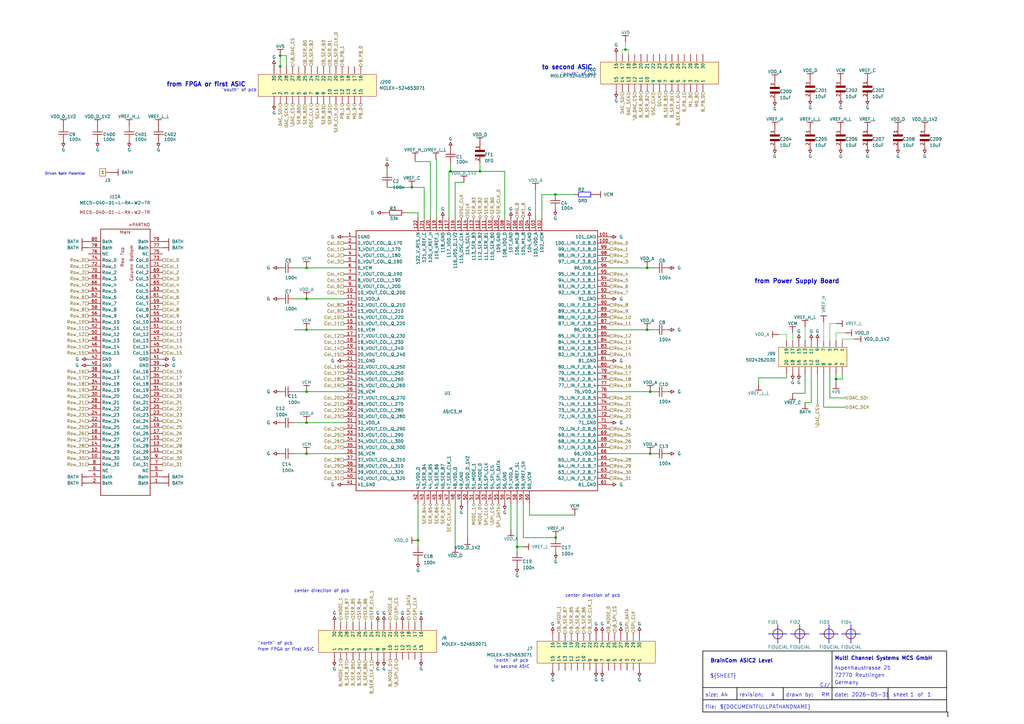
<source format=kicad_sch>
(kicad_sch (version 20230121) (generator eeschema)
  (paper "A3")
  (title_block (title "BrainCom ASIC2 Level") (rev "A"))
  (junction (at 168.91 76.835))
  (junction (at 266.7 160.655))
  (junction (at 114.935 22.805))
  (junction (at 125.73 109.855))
  (junction (at 266.7 186.055))
  (junction (at 256.54 20.32))
  (junction (at 227.77 79.775))
  (junction (at 265.43 135.255))
  (junction (at 125.73 135.255))
  (junction (at 125.73 160.655))
  (junction (at 196.85 70.275))
  (junction (at 227.965 220.52))
  (junction (at 125.73 173.355))
  (junction (at 171.45 221.615))
  (junction (at 125.73 186.055))
  (junction (at 342.9 155.47))
  (junction (at 114.935 27.25))
  (junction (at 265.43 109.855))
  (junction (at 184.77 70.275))
  (junction (at 125.73 122.555))
  (junction (at 212.09 224.275))
  (wire (pts (xy 117.475 22.805) (xy 114.935 22.805)) (stroke (width 0.254)))
  (wire (pts (xy 322.58 153.035) (xy 322.58 154.97)) (stroke (width 0.254)))
  (wire (pts (xy 340.36 153.035) (xy 340.36 163.195)) (stroke (width 0.254)))
  (wire (pts (xy 267.97 186.055) (xy 266.7 186.055)) (stroke (width 0.254)))
  (wire (pts (xy 167.64 254) (xy 167.64 255.27)))
  (wire (pts (xy 342.9 153.035) (xy 342.9 155.47)) (stroke (width 0.254)))
  (wire (pts (xy 170.27 66.275) (xy 176.53 66.275)) (stroke (width 0.254)))
  (polyline (pts (xy 341.25 282.0022) (xy 341.25 287.0022)) (stroke (width 0.254) (type solid) (color 0 0 0 1)))
  (wire (pts (xy 125.73 109.855) (xy 140.97 109.855)) (stroke (width 0.254)))
  (wire (pts (xy 214.63 220.52) (xy 227.965 220.52)) (stroke (width 0.254)))
  (polyline (pts (xy 341.25 267.0022) (xy 341.25 282.0022)) (stroke (width 0.254) (type solid) (color 0 0 0 1)))
  (wire (pts (xy 267.97 109.855) (xy 265.43 109.855)) (stroke (width 0.254)))
  (wire (pts (xy 117.475 27.25) (xy 117.475 22.805)) (stroke (width 0.254)))
  (wire (pts (xy 311.15 154.97) (xy 311.15 157.48)) (stroke (width 0.254)))
  (wire (pts (xy 171.45 224.155) (xy 171.45 221.615)) (stroke (width 0.254)))
  (wire (pts (xy 191.77 206.375) (xy 191.77 220.775)) (stroke (width 0.254)))
  (wire (pts (xy 330.2 165.1) (xy 332.74 165.1)) (stroke (width 0.254)))
  (wire (pts (xy 209.55 206.375) (xy 209.55 217.17)) (stroke (width 0.254)))
  (wire (pts (xy 214.27 224.275) (xy 212.09 224.275)) (stroke (width 0.254)))
  (wire (pts (xy 322.58 137.16) (xy 322.58 139.7)))
  (polyline (pts (xy 321.25 282.0022) (xy 321.25 287.0022)) (stroke (width 0.254) (type solid) (color 0 0 0 1)))
  (wire (pts (xy 171.45 87.275) (xy 167.27 87.275)) (stroke (width 0.254)))
  (wire (pts (xy 267.97 160.655) (xy 266.7 160.655)) (stroke (width 0.254)))
  (wire (pts (xy 162.56 254) (xy 162.56 255.27)))
  (wire (pts (xy 120.65 135.255) (xy 125.73 135.255)) (stroke (width 0.254)))
  (wire (pts (xy 186.69 206.375) (xy 186.69 224.025)) (stroke (width 0.254)))
  (wire (pts (xy 256.54 20.32) (xy 257.81 20.32)))
  (wire (pts (xy 257.81 20.32) (xy 257.81 22.225)))
  (wire (pts (xy 196.85 70.275) (xy 207.01 70.275)) (stroke (width 0.254)))
  (wire (pts (xy 125.73 186.055) (xy 120.65 186.055)) (stroke (width 0.254)))
  (wire (pts (xy 219.63 77.775) (xy 219.63 89.535)) (stroke (width 0.254)))
  (wire (pts (xy 196.85 70.275) (xy 196.85 66.675)) (stroke (width 0.254)))
  (wire (pts (xy 255.27 20.32) (xy 255.27 22.225)))
  (wire (pts (xy 184.15 70.275) (xy 184.77 70.275)) (stroke (width 0.254)))
  (polyline (pts (xy 364.25 282.0022) (xy 364.25 287.0022)) (stroke (width 0.254) (type solid) (color 0 0 0 1)))
  (wire (pts (xy 342.9 136.525) (xy 346.71 136.525)))
  (wire (pts (xy 265.43 109.855) (xy 250.19 109.855)) (stroke (width 0.254)))
  (wire (pts (xy 140.97 186.055) (xy 125.73 186.055)) (stroke (width 0.254)))
  (wire (pts (xy 114.935 27.25) (xy 114.935 27.305)) (stroke (width 0.254)))
  (wire (pts (xy 140.97 160.655) (xy 125.73 160.655)) (stroke (width 0.254)))
  (wire (pts (xy 186.69 89.535) (xy 186.69 74.775)) (stroke (width 0.254)))
  (wire (pts (xy 160.02 254) (xy 160.02 255.27)))
  (wire (pts (xy 345.44 153.035) (xy 345.44 155.47)) (stroke (width 0.254)))
  (wire (pts (xy 330.2 133.985) (xy 330.2 139.7)))
  (wire (pts (xy 186.69 74.775) (xy 190.27 74.775)) (stroke (width 0.254)))
  (wire (pts (xy 212.09 224.275) (xy 212.09 226.235)) (stroke (width 0.254)))
  (wire (pts (xy 179.07 65.275) (xy 178.77 65.275)) (stroke (width 0.254)))
  (wire (pts (xy 170.18 254) (xy 170.18 255.27)))
  (wire (pts (xy 120.65 173.355) (xy 125.73 173.355)) (stroke (width 0.254)))
  (wire (pts (xy 330.2 161.29) (xy 330.2 153.035)) (stroke (width 0.254)))
  (wire (pts (xy 139.7 254) (xy 139.7 255.27)))
  (wire (pts (xy 337.82 167.005) (xy 346.71 167.005)) (stroke (width 0.254)))
  (wire (pts (xy 265.43 135.255) (xy 250.19 135.255)) (stroke (width 0.254)))
  (wire (pts (xy 342.9 155.47) (xy 342.9 156.845)) (stroke (width 0.254)))
  (wire (pts (xy 158.75 70.275) (xy 158.77 70.275)) (stroke (width 0.254)))
  (wire (pts (xy 168.91 76.835) (xy 173.99 76.835)) (stroke (width 0.254)))
  (wire (pts (xy 266.7 186.055) (xy 250.19 186.055)) (stroke (width 0.254)))
  (wire (pts (xy 219.63 89.535) (xy 219.71 89.535)) (stroke (width 0.254)))
  (wire (pts (xy 212.09 206.375) (xy 212.09 224.275)) (stroke (width 0.254)))
  (wire (pts (xy 337.82 132.08) (xy 337.82 139.7)))
  (wire (pts (xy 114.935 22.805) (xy 114.935 27.25)) (stroke (width 0.254)))
  (wire (pts (xy 125.73 135.255) (xy 140.97 135.255)) (stroke (width 0.254)))
  (wire (pts (xy 158.75 69.215) (xy 158.75 70.275)) (stroke (width 0.254)))
  (wire (pts (xy 125.73 122.555) (xy 140.97 122.555)) (stroke (width 0.254)))
  (wire (pts (xy 184.15 89.535) (xy 184.15 70.275)) (stroke (width 0.254)))
  (wire (pts (xy 152.4 254) (xy 152.4 255.27)))
  (wire (pts (xy 332.74 165.1) (xy 332.74 153.035)) (stroke (width 0.254)))
  (polyline (pts (xy 302.25 282.0022) (xy 302.25 287.0022)) (stroke (width 0.254) (type solid) (color 0 0 0 1)))
  (wire (pts (xy 170.27 65.275) (xy 170.27 66.275)) (stroke (width 0.254)))
  (wire (pts (xy 335.28 153.035) (xy 335.28 165.735)) (stroke (width 0.254)))
  (wire (pts (xy 120.65 109.855) (xy 125.73 109.855)) (stroke (width 0.254)))
  (wire (pts (xy 173.99 76.835) (xy 173.99 89.535)) (stroke (width 0.254)))
  (wire (pts (xy 158.77 76.275) (xy 158.77 76.775)) (stroke (width 0.254)))
  (wire (pts (xy 176.53 66.275) (xy 176.53 89.535)) (stroke (width 0.254)))
  (wire (pts (xy 179.07 89.535) (xy 179.07 65.275)) (stroke (width 0.254)))
  (wire (pts (xy 227.77 79.775) (xy 222.25 79.775)) (stroke (width 0.254)))
  (wire (pts (xy 340.36 132.715) (xy 340.36 139.7)))
  (wire (pts (xy 207.01 70.275) (xy 207.01 89.535)) (stroke (width 0.254)))
  (wire (pts (xy 125.73 173.355) (xy 140.97 173.355)) (stroke (width 0.254)))
  (wire (pts (xy 184.77 66.775) (xy 184.77 70.275)) (stroke (width 0.254)))
  (wire (pts (xy 325.12 136.525) (xy 325.12 139.7)))
  (wire (pts (xy 125.73 160.655) (xy 120.65 160.655)) (stroke (width 0.254)))
  (wire (pts (xy 158.77 76.775) (xy 158.75 76.775)) (stroke (width 0.254)))
  (wire (pts (xy 235.77 79.775) (xy 227.77 79.775)) (stroke (width 0.254)))
  (wire (pts (xy 266.7 160.655) (xy 250.19 160.655)) (stroke (width 0.254)))
  (wire (pts (xy 267.97 135.255) (xy 265.43 135.255)) (stroke (width 0.254)))
  (wire (pts (xy 256.54 17.145) (xy 256.54 20.32)))
  (wire (pts (xy 345.44 139.065) (xy 345.44 139.7)))
  (wire (pts (xy 345.44 139.065) (xy 350.52 139.065)))
  (wire (pts (xy 144.78 254) (xy 144.78 255.27)))
  (wire (pts (xy 158.75 76.775) (xy 158.75 76.835)) (stroke (width 0.254)))
  (wire (pts (xy 171.45 89.535) (xy 171.45 87.275)) (stroke (width 0.254)))
  (wire (pts (xy 120.65 122.555) (xy 125.73 122.555)) (stroke (width 0.254)))
  (wire (pts (xy 337.82 167.005) (xy 337.82 153.035)) (stroke (width 0.254)))
  (wire (pts (xy 345.44 155.47) (xy 342.9 155.47)) (stroke (width 0.254)))
  (wire (pts (xy 149.86 254) (xy 149.86 255.27)))
  (wire (pts (xy 342.9 136.525) (xy 342.9 139.7)))
  (wire (pts (xy 325.12 161.29) (xy 330.2 161.29)) (stroke (width 0.254)))
  (wire (pts (xy 256.54 20.32) (xy 255.27 20.32)))
  (wire (pts (xy 142.24 254) (xy 142.24 255.27)))
  (polyline (pts (xy 288.25 282.0022) (xy 388.25 282.0022)) (stroke (width 0.254) (type solid) (color 0 0 0 1)))
  (wire (pts (xy 222.25 79.775) (xy 222.25 89.535)) (stroke (width 0.254)))
  (wire (pts (xy 158.75 76.835) (xy 168.91 76.835)) (stroke (width 0.254)))
  (wire (pts (xy 147.32 254) (xy 147.32 255.27)))
  (wire (pts (xy 171.45 221.615) (xy 171.45 206.375)) (stroke (width 0.254)))
  (polyline (pts (xy 288.25 287.0022) (xy 388.25 287.0022)) (stroke (width 0.254) (type solid) (color 0 0 0 1)))
  (wire (pts (xy 217.17 211.275) (xy 235.77 211.275)) (stroke (width 0.254)))
  (wire (pts (xy 184.77 70.275) (xy 196.85 70.275)) (stroke (width 0.254)))
  (wire (pts (xy 340.36 132.715) (xy 342.9 132.715)))
  (wire (pts (xy 319.405 137.16) (xy 322.58 137.16)))
  (wire (pts (xy 214.63 206.375) (xy 214.63 220.52)) (stroke (width 0.254)))
  (wire (pts (xy 217.17 206.375) (xy 217.17 211.275)) (stroke (width 0.254)))
  (wire (pts (xy 322.58 154.97) (xy 311.15 154.97)) (stroke (width 0.254)))
  (wire (pts (xy 346.71 163.195) (xy 340.36 163.195)) (stroke (width 0.254)))
  (polyline (pts (xy 388.75 294.0022) (xy 388.75 292.0022) (xy 288.25 292.0022) (xy 288.25 267.0022) (xy 388.25 267.0022) (xy 388.25 292.0022)) (stroke (width 0.254) (type solid) (color 0 0 0 1)))
  (text "72770 Reutlingen" (at 342.25 278.0022 0) (effects (font (size 1.524 1.524)) (justify left bottom)))
  (text "of" (at 376.25 286.0022 0) (effects (font (size 1.524 1.524)) (justify left bottom)))
  (text "to second ASIC" (at 202.46 274.2722 0) (effects (font (size 1.27 1.27)) (justify left bottom)))
  (text "\"south\" of pcb" (at 90.78 37.749 0) (effects (font (size 1.27 1.27)) (justify left bottom)))
  (text "size: A4" (at 289.25 286.0022 0) (effects (font (size 1.524 1.524)) (justify left bottom)))
  (text "file:" (at 289.25 291.0022 0) (effects (font (size 1.524 1.524)) (justify left bottom)))
  (text "\"north\" of pcb" (at 105.76 264.6922 0) (effects (font (size 1.27 1.27)) (justify left bottom)))
  (text "from FPGA or first ASIC" (at 68.28 35.749 0) (effects (font (size 1.778 1.778) bold) (justify left bottom)))
  (text "${##}" (at 380.25 286.0022 0) (effects (font (size 1.524 1.524)) (justify left bottom)))
  (text "to second ASIC" (at 222.116 28.724 0) (effects (font (size 1.778 1.778) bold) (justify left bottom)))
  (text "\"north\" of pcb" (at 202.46 271.7722 0) (effects (font (size 1.27 1.27)) (justify left bottom)))
  (text "date:" (at 342.25 286.0022 0) (effects (font (size 1.524 1.524)) (justify left bottom)))
  (text "Driven Bath Potential" (at 18.41 71.965 0) (effects (font (size 1.016 1.016)) (justify left bottom)))
  (text "center direction of pcb" (at 231.775 245.11 0) (effects (font (size 1.27 1.27)) (justify left bottom)))
  (text "${SHEET}" (at 291.25 278.2522 0) (effects (font (size 1.524 1.524)) (justify left bottom)))
  (text "${REVISION}" (at 316.25 286.0022 0) (effects (font (size 1.524 1.524)) (justify left bottom)))
  (text "center direction of pcb" (at 120.65 243.205 0) (effects (font (size 1.27 1.27)) (justify left bottom)))
  (text "${TITLE}" (at 291.25 272.0022 0) (effects (font (size 1.524 1.524) bold) (justify left bottom)))
  (text "Germany" (at 342.25 281.0022 0) (effects (font (size 1.524 1.524)) (justify left bottom)))
  (text "from FPGA or first ASIC" (at 105.76 267.1922 0) (effects (font (size 1.27 1.27)) (justify left bottom)))
  (text "Aspenhaustrasse 21" (at 342.25 275.0022 0) (effects (font (size 1.524 1.524)) (justify left bottom)))
  (text "revision:" (at 303.25 286.0022 0) (effects (font (size 1.524 1.524)) (justify left bottom)))
  (text "${CURRENT_DATE}" (at 349.25 286.0022 0) (effects (font (size 1.524 1.524)) (justify left bottom)))
  (text "\"south\" of pcb" (at 230.116 31.224 0) (effects (font (size 1.27 1.27)) (justify left bottom)))
  (text "sheet" (at 366.25 286.0022 0) (effects (font (size 1.524 1.524)) (justify left bottom)))
  (text "drawn by:   RM" (at 322.25 286.0022 0) (effects (font (size 1.524 1.524)) (justify left bottom)))
  (text "CJ/" (at 336.25 282.0022 0) (effects (font (size 1.524 1.524)) (justify left bottom)))
  (text "${#}" (at 373.25 286.0022 0) (effects (font (size 1.524 1.524)) (justify left bottom)))
  (text "from Power Supply Board" (at 309.36 116.47 0) (effects (font (size 1.778 1.778) bold) (justify left bottom)))
  (text "Multi Channel Systems MCS GmbH" (at 342.25 271.0022 0) (effects (font (size 1.524 1.524) bold) (justify left bottom)))
  (text "${DOCUMENTFULLPATHANDNAME}" (at 295.25 291.0022 0) (effects (font (size 1.524 1.524)) (justify left bottom)))
  (hierarchical_label "Row_26" (shape passive) (at 250.19 180.975 0))
  (hierarchical_label "Row_11" (shape passive) (at 250.19 132.715 0))
  (hierarchical_label "B_PB_1" (shape input) (at 280.67 37.465 270))
  (hierarchical_label "Row_30" (shape passive) (at 250.19 193.675 0))
  (hierarchical_label "M0_B" (shape input) (at 285.75 37.465 270))
  (hierarchical_label "Col_21" (shape passive) (at 140.97 165.735 180))
  (hierarchical_label "B_SER_B4" (shape input) (at 147.32 270.51 270))
  (hierarchical_label "Col_2" (shape passive) (at 66.675 111.76 0))
  (hierarchical_label "B_PB_0" (shape output) (at 147.955 27.25 90))
  (hierarchical_label "SCLK" (shape output) (at 130.175 42.49 270))
  (hierarchical_label "Col_0" (shape passive) (at 66.675 106.68 0))
  (hierarchical_label "Col_4" (shape passive) (at 140.97 112.395 180))
  (hierarchical_label "B_SER_B3" (shape output) (at 273.05 37.465 270))
  (hierarchical_label "Col_19" (shape passive) (at 140.97 158.115 180))
  (hierarchical_label "Row_4" (shape passive) (at 36.195 116.84 180))
  (hierarchical_label "Col_11" (shape passive) (at 66.675 134.62 0))
  (hierarchical_label "Row_7" (shape passive) (at 36.195 124.46 180))
  (hierarchical_label "SCLK" (shape input) (at 270.51 37.465 270))
  (hierarchical_label "B_SER_B5" (shape output) (at 234.315 259.715 90))
  (hierarchical_label "Row_19" (shape passive) (at 250.19 158.115 0))
  (hierarchical_label "M0_B" (shape input) (at 212.09 89.535 90))
  (hierarchical_label "Col_22" (shape passive) (at 66.675 167.64 0))
  (hierarchical_label "DAC_SCK" (shape bidirectional) (at 346.71 167.005 0))
  (hierarchical_label "B_SER_B4" (shape output) (at 236.855 259.715 90))
  (hierarchical_label "Col_12" (shape passive) (at 140.97 137.795 180))
  (hierarchical_label "Row_5" (shape passive) (at 36.195 119.38 180))
  (hierarchical_label "SER_B0" (shape input) (at 122.555 42.49 270))
  (hierarchical_label "SER_B7" (shape input) (at 142.24 254 90))
  (hierarchical_label "SER_CLK_0" (shape bidirectional) (at 204.47 89.535 90))
  (hierarchical_label "Col_2" (shape passive) (at 140.97 104.775 180))
  (hierarchical_label "Row_24" (shape passive) (at 250.19 175.895 0))
  (hierarchical_label "Row_14" (shape passive) (at 250.19 142.875 0))
  (hierarchical_label "B_SER_B7" (shape input) (at 142.24 270.51 270))
  (hierarchical_label "SER_CLK_1" (shape input) (at 152.4 254 90))
  (hierarchical_label "MODE_0" (shape bidirectional) (at 196.85 206.375 270))
  (hierarchical_label "M1_B" (shape input) (at 283.21 37.465 270))
  (hierarchical_label "Row_6" (shape passive) (at 250.19 117.475 0))
  (hierarchical_label "Col_15" (shape passive) (at 140.97 145.415 180))
  (hierarchical_label "B_SER_B7" (shape output) (at 231.775 259.715 90))
  (hierarchical_label "Row_12" (shape passive) (at 250.19 137.795 0))
  (hierarchical_label "Col_4" (shape passive) (at 66.675 116.84 0))
  (hierarchical_label "Col_17" (shape passive) (at 66.675 154.94 0))
  (hierarchical_label "Col_13" (shape passive) (at 66.675 139.7 0))
  (hierarchical_label "SER_B0" (shape bidirectional) (at 201.93 89.535 90))
  (hierarchical_label "Row_11" (shape passive) (at 36.195 134.62 180))
  (hierarchical_label "SPI_DATA" (shape output) (at 167.64 254 90))
  (hierarchical_label "B_SER_B2" (shape input) (at 127.635 27.25 90))
  (hierarchical_label "Row_17" (shape passive) (at 36.195 154.94 180))
  (hierarchical_label "B_SER_B0" (shape input) (at 125.095 27.25 90))
  (hierarchical_label "Row_25" (shape passive) (at 250.19 178.435 0))
  (hierarchical_label "B_SER_CLK_1" (shape input) (at 152.4 270.51 270))
  (hierarchical_label "Col_23" (shape passive) (at 140.97 170.815 180))
  (hierarchical_label "Col_24" (shape passive) (at 140.97 175.895 180))
  (hierarchical_label "Row_0" (shape passive) (at 36.195 106.68 180))
  (hierarchical_label "Row_27" (shape passive) (at 36.195 180.34 180))
  (hierarchical_label "Col_9" (shape passive) (at 140.97 127.635 180))
  (hierarchical_label "Row_10" (shape passive) (at 250.19 130.175 0))
  (hierarchical_label "Col_31" (shape passive) (at 140.97 196.215 180))
  (hierarchical_label "Col_29" (shape passive) (at 66.675 185.42 0))
  (hierarchical_label "B_SER_B1" (shape output) (at 275.59 37.465 270))
  (hierarchical_label "Row_20" (shape passive) (at 250.19 163.195 0))
  (hierarchical_label "B_PB_1" (shape output) (at 140.335 27.25 90))
  (hierarchical_label "Col_18" (shape passive) (at 66.675 157.48 0))
  (hierarchical_label "Col_25" (shape passive) (at 66.675 175.26 0))
  (hierarchical_label "SER_B3" (shape input) (at 132.715 42.49 270))
  (hierarchical_label "OSC_CLK" (shape output) (at 127.635 42.49 270))
  (hierarchical_label "Col_12" (shape passive) (at 66.675 137.16 0))
  (hierarchical_label "PB_0" (shape output) (at 147.955 42.49 270))
  (hierarchical_label "Col_16" (shape passive) (at 66.675 152.4 0))
  (hierarchical_label "B_MODE_1" (shape input) (at 229.235 259.715 90))
  (hierarchical_label "Col_5" (shape passive) (at 140.97 114.935 180))
  (hierarchical_label "SER_B6" (shape bidirectional) (at 179.07 206.375 270))
  (hierarchical_label "Col_8" (shape passive) (at 140.97 125.095 180))
  (hierarchical_label "Col_1" (shape passive) (at 140.97 102.235 180))
  (hierarchical_label "Row_3" (shape passive) (at 36.195 114.3 180))
  (hierarchical_label "Col_27" (shape passive) (at 66.675 180.34 0))
  (hierarchical_label "Col_29" (shape passive) (at 140.97 191.135 180))
  (hierarchical_label "Col_6" (shape passive) (at 66.675 121.92 0))
  (hierarchical_label "SPI_DATA" (shape input) (at 257.175 259.715 90))
  (hierarchical_label "Col_13" (shape passive) (at 140.97 140.335 180))
  (hierarchical_label "Col_28" (shape passive) (at 140.97 188.595 180))
  (hierarchical_label "SER_CLK_1" (shape bidirectional) (at 184.15 206.375 270))
  (hierarchical_label "Row_13" (shape passive) (at 250.19 140.335 0))
  (hierarchical_label "Row_21" (shape passive) (at 36.195 165.1 180))
  (hierarchical_label "Col_27" (shape passive) (at 140.97 183.515 180))
  (hierarchical_label "MODE_0" (shape output) (at 160.02 254 90))
  (hierarchical_label "Row_24" (shape passive) (at 36.195 172.72 180))
  (hierarchical_label "B_SER_B5" (shape input) (at 144.78 270.51 270))
  (hierarchical_label "Row_14" (shape passive) (at 36.195 142.24 180))
  (hierarchical_label "Col_17" (shape passive) (at 140.97 153.035 180))
  (hierarchical_label "Row_23" (shape passive) (at 36.195 170.18 180))
  (hierarchical_label "Col_26" (shape passive) (at 140.97 180.975 180))
  (hierarchical_label "Row_29" (shape passive) (at 36.195 185.42 180))
  (hierarchical_label "Col_25" (shape passive) (at 140.97 178.435 180))
  (hierarchical_label "MODE_1" (shape bidirectional) (at 194.31 206.375 270))
  (hierarchical_label "Col_22" (shape passive) (at 140.97 168.275 180))
  (hierarchical_label "SER_B2" (shape input) (at 125.095 42.49 270))
  (hierarchical_label "Row_2" (shape passive) (at 36.195 111.76 180))
  (hierarchical_label "Row_30" (shape passive) (at 36.195 187.96 180))
  (hierarchical_label "OSC_CLK" (shape input) (at 267.97 37.465 270))
  (hierarchical_label "DAC_SDI" (shape output) (at 114.935 42.49 270))
  (hierarchical_label "Col_18" (shape passive) (at 140.97 155.575 180))
  (hierarchical_label "Row_18" (shape passive) (at 250.19 155.575 0))
  (hierarchical_label "Col_10" (shape passive) (at 140.97 130.175 180))
  (hierarchical_label "Row_17" (shape passive) (at 250.19 153.035 0))
  (hierarchical_label "Col_3" (shape passive) (at 66.675 114.3 0))
  (hierarchical_label "Col_20" (shape passive) (at 140.97 163.195 180))
  (hierarchical_label "SER_B5" (shape input) (at 144.78 254 90))
  (hierarchical_label "M1_B" (shape output) (at 142.875 42.49 270))
  (hierarchical_label "Row_1" (shape passive) (at 36.195 109.22 180))
  (hierarchical_label "Col_7" (shape passive) (at 66.675 124.46 0))
  (hierarchical_label "Col_30" (shape passive) (at 140.97 193.675 180))
  (hierarchical_label "Col_30" (shape passive) (at 66.675 187.96 0))
  (hierarchical_label "Col_21" (shape passive) (at 66.675 165.1 0))
  (hierarchical_label "DAC_SCK" (shape input) (at 257.81 37.465 270))
  (hierarchical_label "B_MODE_0" (shape output) (at 160.02 270.51 270))
  (hierarchical_label "\\SPI_CS" (shape output) (at 162.56 254 90))
  (hierarchical_label "Col_1" (shape passive) (at 66.675 109.22 0))
  (hierarchical_label "Row_13" (shape passive) (at 36.195 139.7 180))
  (hierarchical_label "Col_5" (shape passive) (at 66.675 119.38 0))
  (hierarchical_label "OSC_CLK" (shape input) (at 189.23 89.535 90))
  (hierarchical_label "Col_15" (shape passive) (at 66.675 144.78 0))
  (hierarchical_label "SER_B3" (shape bidirectional) (at 194.31 89.535 90))
  (hierarchical_label "Col_3" (shape passive) (at 140.97 107.315 180))
  (hierarchical_label "M1_B" (shape input) (at 214.63 89.535 90))
  (hierarchical_label "B_SER_CLK_0" (shape output) (at 278.13 37.465 270))
  (hierarchical_label "\\B_SPI_CS" (shape output) (at 162.56 270.51 270))
  (hierarchical_label "Row_12" (shape passive) (at 36.195 137.16 180))
  (hierarchical_label "Row_31" (shape passive) (at 36.195 190.5 180))
  (hierarchical_label "Row_10" (shape passive) (at 36.195 132.08 180))
  (hierarchical_label "Row_5" (shape passive) (at 250.19 114.935 0))
  (hierarchical_label "Row_28" (shape passive) (at 36.195 182.88 180))
  (hierarchical_label "SER_B1" (shape input) (at 135.255 42.49 270))
  (hierarchical_label "B_SER_CLK_1" (shape output) (at 241.935 259.715 90))
  (hierarchical_label "Row_8" (shape passive) (at 36.195 127 180))
  (hierarchical_label "B_MODE_1" (shape output) (at 139.7 270.51 270))
  (hierarchical_label "Row_22" (shape passive) (at 250.19 168.275 0))
  (hierarchical_label "Row_3" (shape passive) (at 250.19 107.315 0))
  (hierarchical_label "B_SER_CLK_0" (shape input) (at 137.795 27.25 90))
  (hierarchical_label "Row_20" (shape passive) (at 36.195 162.56 180))
  (hierarchical_label "Col_9" (shape passive) (at 66.675 129.54 0))
  (hierarchical_label "M0_B" (shape output) (at 145.415 42.49 270))
  (hierarchical_label "Row_23" (shape passive) (at 250.19 170.815 0))
  (hierarchical_label "SER_B2" (shape bidirectional) (at 196.85 89.535 90))
  (hierarchical_label "Row_7" (shape passive) (at 250.19 120.015 0))
  (hierarchical_label "Row_8" (shape passive) (at 250.19 125.095 0))
  (hierarchical_label "\\SPI_CS" (shape bidirectional) (at 201.93 206.375 270))
  (hierarchical_label "Row_31" (shape passive) (at 250.19 196.215 0))
  (hierarchical_label "SER_B1" (shape bidirectional) (at 199.39 89.535 90))
  (hierarchical_label "Row_1" (shape passive) (at 250.19 102.235 0))
  (hierarchical_label "Col_20" (shape passive) (at 66.675 162.56 0))
  (hierarchical_label "B_SER_B2" (shape output) (at 265.43 37.465 270))
  (hierarchical_label "Col_6" (shape passive) (at 140.97 117.475 180))
  (hierarchical_label "Row_22" (shape passive) (at 36.195 167.64 180))
  (hierarchical_label "Col_0" (shape passive) (at 140.97 99.695 180))
  (hierarchical_label "DAC_SCK" (shape output) (at 117.475 42.49 270))
  (hierarchical_label "\\B_DAC_CS" (shape output) (at 120.015 27.25 90))
  (hierarchical_label "DAC_SDI" (shape input) (at 255.27 37.465 270))
  (hierarchical_label "Col_7" (shape passive) (at 140.97 120.015 180))
  (hierarchical_label "Col_11" (shape passive) (at 140.97 132.715 180))
  (hierarchical_label "Row_6" (shape passive) (at 36.195 121.92 180))
  (hierarchical_label "Col_23" (shape passive) (at 66.675 170.18 0))
  (hierarchical_label "Row_26" (shape passive) (at 36.195 177.8 180))
  (hierarchical_label "B_SER_B6" (shape input) (at 149.86 270.51 270))
  (hierarchical_label "SER_B4" (shape input) (at 147.32 254 90))
  (hierarchical_label "B_SER_B0" (shape output) (at 262.89 37.465 270))
  (hierarchical_label "SER_CLK_0" (shape bidirectional) (at 137.795 42.49 270))
  (hierarchical_label "SPI_CLK" (shape input) (at 259.715 259.715 90))
  (hierarchical_label "B_SER_B6" (shape output) (at 239.395 259.715 90))
  (hierarchical_label "Row_16" (shape passive) (at 250.19 150.495 0))
  (hierarchical_label "Row_18" (shape passive) (at 36.195 157.48 180))
  (hierarchical_label "Row_9" (shape passive) (at 250.19 127.635 0))
  (hierarchical_label "\\DAC_CS" (shape output) (at 120.015 42.49 270))
  (hierarchical_label "Row_4" (shape passive) (at 250.19 112.395 0))
  (hierarchical_label "Row_28" (shape passive) (at 250.19 188.595 0))
  (hierarchical_label "\\B_SPI_CS" (shape input) (at 252.095 259.715 90))
  (hierarchical_label "Row_19" (shape passive) (at 36.195 160.02 180))
  (hierarchical_label "Col_8" (shape passive) (at 66.675 127 0))
  (hierarchical_label "Col_14" (shape passive) (at 140.97 142.875 180))
  (hierarchical_label "Row_2" (shape passive) (at 250.19 104.775 0))
  (hierarchical_label "Col_10" (shape passive) (at 66.675 132.08 0))
  (hierarchical_label "Col_19" (shape passive) (at 66.675 160.02 0))
  (hierarchical_label "SPI_CLK" (shape bidirectional) (at 199.39 206.375 270))
  (hierarchical_label "Col_26" (shape passive) (at 66.675 177.8 0))
  (hierarchical_label "B_PB_0" (shape input) (at 288.29 37.465 270))
  (hierarchical_label "SPI_CLK" (shape output) (at 170.18 254 90))
  (hierarchical_label "Row_27" (shape passive) (at 250.19 183.515 0))
  (hierarchical_label "Row_21" (shape passive) (at 250.19 165.735 0))
  (hierarchical_label "Row_29" (shape passive) (at 250.19 191.135 0))
  (hierarchical_label "Col_24" (shape passive) (at 66.675 172.72 0))
  (hierarchical_label "Row_9" (shape passive) (at 36.195 129.54 180))
  (hierarchical_label "SCLK" (shape input) (at 191.77 89.535 90))
  (hierarchical_label "Row_15" (shape passive) (at 250.19 145.415 0))
  (hierarchical_label "SER_B7" (shape bidirectional) (at 181.61 206.375 270))
  (hierarchical_label "Row_15" (shape passive) (at 36.195 144.78 180))
  (hierarchical_label "Row_0" (shape passive) (at 250.19 99.695 0))
  (hierarchical_label "Col_31" (shape passive) (at 66.675 190.5 0))
  (hierarchical_label "SER_B4" (shape bidirectional) (at 173.99 206.375 270))
  (hierarchical_label "\\B_DAC_CS" (shape input) (at 260.35 37.465 270))
  (hierarchical_label "DAC_SDI" (shape bidirectional) (at 346.71 163.195 0))
  (hierarchical_label "MODE_1" (shape output) (at 139.7 254 90))
  (hierarchical_label "B_SER_B1" (shape input) (at 135.255 27.25 90))
  (hierarchical_label "SER_B6" (shape input) (at 149.86 254 90))
  (hierarchical_label "Row_25" (shape passive) (at 36.195 175.26 180))
  (hierarchical_label "SER_B5" (shape bidirectional) (at 176.53 206.375 270))
  (hierarchical_label "Col_14" (shape passive) (at 66.675 142.24 0))
  (hierarchical_label "B_SER_B3" (shape input) (at 132.715 27.25 90))
  (hierarchical_label "B_MODE_0" (shape input) (at 249.555 259.715 90))
  (hierarchical_label "PB_1" (shape output) (at 140.335 42.49 270))
  (hierarchical_label "\\DAC_CS" (shape bidirectional) (at 335.28 165.735 270))
  (hierarchical_label "Col_28" (shape passive) (at 66.675 182.88 0))
  (hierarchical_label "SPI_DATA" (shape bidirectional) (at 204.47 206.375 270))
  (hierarchical_label "Col_16" (shape passive) (at 140.97 150.495 180))
  (hierarchical_label "Row_16" (shape passive) (at 36.195 152.4 180))
  (symbol (lib_id "BrainCom_ASIC3RevA-altium-import:root_1_C") (at 184.77 63.775 0) (unit 1)
    (property "Reference" "C1" (at 187.024 65.053 0) (effects (justify left bottom)))
    (property "Value" "100n" (at 187.024 67.085 0) (effects (justify left bottom)))
    (property "Footprint" "Footprints:C0402" (effects hide))
    (property "ITEM NUMBER" "5000000" (effects hide))
  )
  (symbol (lib_id "BrainCom_ASIC3RevA-altium-import:VDD_D_1V2") (at 40.005 51.61 180) (unit 1)
    (property "Reference" "#PWR0156" (effects hide))
    (property "Value" "VDD_D_1V2" (at 40.005 47.8 0))
  )
  (symbol (lib_id "BrainCom_ASIC3RevA-altium-import:root_3_JMK107BBJ106MK-TT") (at 355.8 35.245 0) (unit 1)
    (property "Reference" "C203" (at 357.705 37.785 0) (effects (justify left bottom)))
    (property "Value" "10uF" (at 357.705 40.325 0) (effects (justify left bottom)))
    (property "Footprint" "Footprints:CAPC1709X50N" (effects hide))
    (property "PACKAGE" "None" (effects hide))
    (property "PRICE" "None" (effects hide))
    (property "ALTIUM_VALUE" "*" (effects hide))
    (property "MP" "JMK107BBJ106MK-TT" (effects hide))
    (property "AVAILABILITY" "Unavailable" (effects hide))
  )
  (symbol (lib_id "BrainCom_ASIC3RevA-altium-import:VDD_A") (at 219.63 77.775 180) (unit 1)
    (property "Reference" "#PWR0209" (effects hide))
    (property "Value" "VDD_A" (at 219.63 73.965 0))
  )
  (symbol (lib_id "BrainCom_ASIC3RevA-altium-import:root_0_0R0_0402") (at 239.77 79.775 0) (unit 1)
    (property "Reference" "R2" (at 237.016 78.521 0) (effects (justify left bottom)))
    (property "Value" "0R0" (at 237.016 83.061 0) (effects (justify left bottom)))
    (property "Footprint" "Footprints:R0402" (effects hide))
    (property "ITEM NUMBER" "5000009" (effects hide))
    (property "MPN" "0R0_0402_1%" (effects hide))
    (property "MANUFACTURER" "div." (effects hide))
  )
  (symbol (lib_id "BrainCom_ASIC3RevA-altium-import:root_2_C") (at 270.97 186.055 0) (unit 1)
    (property "Reference" "C13" (at 270.216 183.801 0) (effects (justify left bottom)))
    (property "Value" "100n" (at 270.216 190.849 0) (effects (justify left bottom)))
    (property "Footprint" "Footprints:C0402" (effects hide))
    (property "ITEM NUMBER" "5000000" (effects hide))
  )
  (symbol (lib_id "BrainCom_ASIC3RevA-altium-import:G") (at 262.255 274.955 0) (unit 1)
    (property "Reference" "#PWR0111" (effects hide))
    (property "Value" "G" (at 262.255 278.765 0))
  )
  (symbol (lib_id "BrainCom_ASIC3RevA-altium-import:BATH") (at 45.91 70.715 90) (unit 1)
    (property "Reference" "#PWR0137" (effects hide))
    (property "Value" "BATH" (at 49.72 70.715 90) (effects (justify right)))
  )
  (symbol (lib_id "BrainCom_ASIC3RevA-altium-import:VCM") (at 344.8 32.705 180) (unit 1)
    (property "Reference" "#PWR0200" (effects hide))
    (property "Value" "VCM" (at 344.8 28.895 0))
  )
  (symbol (lib_id "BrainCom_ASIC3RevA-altium-import:G") (at 332.3 40.325 0) (unit 1)
    (property "Reference" "#PWR0194" (effects hide))
    (property "Value" "G" (at 332.3 44.135 0))
  )
  (symbol (lib_id "BrainCom_ASIC3RevA-altium-import:root_3_JMK107BBJ106MK-TT") (at 332.3 35.245 0) (unit 1)
    (property "Reference" "C201" (at 334.205 37.785 0) (effects (justify left bottom)))
    (property "Value" "10uF" (at 334.205 40.325 0) (effects (justify left bottom)))
    (property "Footprint" "Footprints:CAPC1709X50N" (effects hide))
    (property "PACKAGE" "None" (effects hide))
    (property "PRICE" "None" (effects hide))
    (property "ALTIUM_VALUE" "*" (effects hide))
    (property "MP" "JMK107BBJ106MK-TT" (effects hide))
    (property "AVAILABILITY" "Unavailable" (effects hide))
  )
  (symbol (lib_id "BrainCom_ASIC3RevA-altium-import:root_2_CON1") (at 41.91 69.215 0) (unit 1)
    (property "Reference" "J3" (at 42.91 74.715 0) (effects (justify left bottom)))
    (property "Value" "Connector" (effects hide))
    (property "Footprint" "Footprints:JSIL1THTPad" (effects hide))
  )
  (symbol (lib_id "BrainCom_ASIC3RevA-altium-import:G") (at 157.27 87.275 270) (unit 1)
    (property "Reference" "#PWR0159" (effects hide))
    (property "Value" "G" (at 153.46 87.275 90) (effects (justify right)))
  )
  (symbol (lib_id "BrainCom_ASIC3RevA-altium-import:root_3_JMK107BBJ106MK-TT") (at 355.8 55.245 0) (unit 1)
    (property "Reference" "C207" (at 357.705 57.785 0) (effects (justify left bottom)))
    (property "Value" "10uF" (at 357.705 60.325 0) (effects (justify left bottom)))
    (property "Footprint" "Footprints:CAPC1709X50N" (effects hide))
    (property "PACKAGE" "None" (effects hide))
    (property "PRICE" "None" (effects hide))
    (property "ALTIUM_VALUE" "*" (effects hide))
    (property "MP" "JMK107BBJ106MK-TT" (effects hide))
    (property "AVAILABILITY" "Unavailable" (effects hide))
  )
  (symbol (lib_name "Board2Board_MOLEX-5009130302_1_2") (lib_id "FDM_project_Library:Board2Board_MOLEX-5009130302_1") (at 119.38 42.49 0) (mirror y) (unit 1)
    (property "Reference" "J200" (at 155.575 33.6 0) (effects (justify right)))
    (property "Value" "MOLEX-524653071" (at 155.575 36.14 0) (effects (justify right)))
    (property "Footprint" "J524653071" (effects hide))
    (property "ITEM NUMBER" "5400067" (effects hide))
    (property "MANUFACTURER" "Molex" (effects hide))
    (property "MPN" "524653071" (effects hide))
  )
  (symbol (lib_id "BrainCom_ASIC3RevA-altium-import:G") (at 65.005 57.61 0) (unit 1)
    (property "Reference" "#PWR0151" (effects hide))
    (property "Value" "G" (at 65.005 61.42 0))
  )
  (symbol (lib_id "BrainCom_ASIC3RevA-altium-import:VDD_A") (at 319.405 137.16 270) (unit 1)
    (property "Reference" "#PWR0227" (effects hide))
    (property "Value" "VDD_A" (at 315.595 137.16 90) (effects (justify right)))
  )
  (symbol (lib_id "BrainCom_ASIC3RevA-altium-import:VDD_D") (at 186.69 224.025 0) (unit 1)
    (property "Reference" "#PWR0120" (effects hide))
    (property "Value" "VDD_D" (at 186.69 227.835 0))
  )
  (symbol (lib_id "BrainCom_ASIC3RevA-altium-import:VREF_H_L") (at 53.005 51.61 180) (unit 1)
    (property "Reference" "#PWR0152" (effects hide))
    (property "Value" "VREF_H_L" (at 53.005 47.8 0))
  )
  (symbol (lib_id "BrainCom_ASIC3RevA-altium-import:VREF_L") (at 355.8 52.705 180) (unit 1)
    (property "Reference" "#PWR0203" (effects hide))
    (property "Value" "VREF_L" (at 355.8 48.895 0))
  )
  (symbol (lib_id "BrainCom_ASIC3RevA-altium-import:G") (at 252.73 22.225 180) (unit 1)
    (property "Reference" "#PWR0215" (effects hide))
    (property "Value" "G" (at 252.73 18.415 0))
  )
  (symbol (lib_id "BrainCom_ASIC3RevA-altium-import:G") (at 217.17 89.535 180) (unit 1)
    (property "Reference" "#PWR0211" (effects hide))
    (property "Value" "G" (at 217.17 85.725 0))
  )
  (symbol (lib_id "BrainCom_ASIC3RevA-altium-import:G") (at 140.97 147.955 270) (unit 1)
    (property "Reference" "#PWR0176" (effects hide))
    (property "Value" "G" (at 137.16 147.955 90) (effects (justify right)))
  )
  (symbol (lib_id "BrainCom_ASIC3RevA-altium-import:G") (at 137.16 270.51 0) (unit 1)
    (property "Reference" "#PWR0130" (effects hide))
    (property "Value" "G" (at 137.16 274.32 0))
  )
  (symbol (lib_id "BrainCom_ASIC3RevA-altium-import:VDD_D_1V2") (at 190.27 74.775 180) (unit 1)
    (property "Reference" "#PWR0214" (effects hide))
    (property "Value" "VDD_D_1V2" (at 190.27 70.965 0))
  )
  (symbol (lib_id "BrainCom_ASIC3RevA-altium-import:root_3_JMK107BBJ106MK-TT") (at 196.85 61.595 0) (unit 1)
    (property "Reference" "FF1" (at 198.755 64.135 0) (effects (justify left bottom)))
    (property "Value" "0F0" (at 198.755 66.675 0) (effects (justify left bottom)))
    (property "Footprint" "Footprints:CAPC1709X50N" (effects hide))
    (property "PACKAGE" "None" (effects hide))
    (property "PRICE" "None" (effects hide))
    (property "ALTIUM_VALUE" "*" (effects hide))
    (property "MP" "JMK107BBJ106MK-TT" (effects hide))
    (property "AVAILABILITY" "Unavailable" (effects hide))
  )
  (symbol (lib_id "BrainCom_ASIC3RevA-altium-import:G") (at 112.395 42.49 0) (unit 1)
    (property "Reference" "#PWR0139" (effects hide))
    (property "Value" "G" (at 112.395 46.3 0))
  )
  (symbol (lib_id "BrainCom_ASIC3RevA-altium-import:VDD_A") (at 265.43 135.255 180) (unit 1)
    (property "Reference" "#PWR0178" (effects hide))
    (property "Value" "VDD_A" (at 265.43 131.445 0))
  )
  (symbol (lib_id "BrainCom_ASIC3RevA-altium-import:G") (at 114.65 186.055 270) (unit 1)
    (property "Reference" "#PWR0166" (effects hide))
    (property "Value" "G" (at 110.84 186.055 90) (effects (justify right)))
  )
  (symbol (lib_id "BrainCom_ASIC3RevA-altium-import:root_0_C") (at 117.65 186.055 0) (unit 1)
    (property "Reference" "C14" (at 115.57 191.135 0) (effects (justify left bottom)))
    (property "Value" "100n" (at 115.57 193.675 0) (effects (justify left bottom)))
    (property "Footprint" "Footprints:C0402" (effects hide))
    (property "ITEM NUMBER" "5000000" (effects hide))
  )
  (symbol (lib_id "BrainCom_ASIC3RevA-altium-import:root_3_JMK107BBJ106MK-TT") (at 344.8 35.245 0) (unit 1)
    (property "Reference" "C202" (at 346.705 37.785 0) (effects (justify left bottom)))
    (property "Value" "10uF" (at 346.705 40.325 0) (effects (justify left bottom)))
    (property "Footprint" "Footprints:CAPC1709X50N" (effects hide))
    (property "PACKAGE" "None" (effects hide))
    (property "PRICE" "None" (effects hide))
    (property "ALTIUM_VALUE" "*" (effects hide))
    (property "MP" "JMK107BBJ106MK-TT" (effects hide))
    (property "AVAILABILITY" "Unavailable" (effects hide))
  )
  (symbol (lib_id "BrainCom_ASIC3RevA-altium-import:root_2_C") (at 270.97 160.655 0) (unit 1)
    (property "Reference" "C10" (at 270.216 158.401 0) (effects (justify left bottom)))
    (property "Value" "100n" (at 270.216 165.449 0) (effects (justify left bottom)))
    (property "Footprint" "Footprints:C0402" (effects hide))
    (property "ITEM NUMBER" "5000000" (effects hide))
  )
  (symbol (lib_id "BrainCom_ASIC3RevA-altium-import:4V5") (at 256.54 17.145 180) (unit 1)
    (property "Reference" "#PWR0216" (effects hide))
    (property "Value" "4V5" (at 256.54 13.335 0))
  )
  (symbol (lib_id "BrainCom_ASIC3RevA-altium-import:4V5") (at 342.9 156.845 0) (unit 1)
    (property "Reference" "#PWR0186" (effects hide))
    (property "Value" "4V5" (at 342.9 160.655 0))
  )
  (symbol (lib_id "BrainCom_ASIC3RevA-altium-import:VCM") (at 325.12 136.525 180) (unit 1)
    (property "Reference" "#PWR0225" (effects hide))
    (property "Value" "VCM" (at 325.12 132.715 0))
  )
  (symbol (lib_id "BrainCom_ASIC3RevA-altium-import:G") (at 244.475 274.955 0) (unit 1)
    (property "Reference" "#PWR0110" (effects hide))
    (property "Value" "G" (at 244.475 278.765 0))
  )
  (symbol (lib_id "BrainCom_ASIC3RevA-altium-import:G") (at 36.195 149.86 270) (unit 1)
    (property "Reference" "#PWR0149" (effects hide))
    (property "Value" "G" (at 32.385 149.86 90) (effects (justify right)))
  )
  (symbol (lib_id "BrainCom_ASIC3RevA-altium-import:G") (at 252.73 37.465 0) (unit 1)
    (property "Reference" "#PWR0219" (effects hide))
    (property "Value" "G" (at 252.73 41.275 0))
  )
  (symbol (lib_id "BrainCom_ASIC3RevA-altium-import:VDD_D") (at 346.71 136.525 90) (unit 1)
    (property "Reference" "#PWR0229" (effects hide))
    (property "Value" "VDD_D" (at 350.52 136.525 90) (effects (justify right)))
  )
  (symbol (lib_id "BrainCom_ASIC3RevA-altium-import:root_3_JMK107BBJ106MK-TT") (at 317.8 55.245 0) (unit 1)
    (property "Reference" "C204" (at 319.705 57.785 0) (effects (justify left bottom)))
    (property "Value" "10uF" (at 319.705 60.325 0) (effects (justify left bottom)))
    (property "Footprint" "Footprints:CAPC1709X50N" (effects hide))
    (property "PACKAGE" "None" (effects hide))
    (property "PRICE" "None" (effects hide))
    (property "ALTIUM_VALUE" "*" (effects hide))
    (property "MP" "JMK107BBJ106MK-TT" (effects hide))
    (property "AVAILABILITY" "Unavailable" (effects hide))
  )
  (symbol (lib_id "BrainCom_ASIC3RevA-altium-import:G") (at 112.395 27.25 180) (unit 1)
    (property "Reference" "#PWR0140" (effects hide))
    (property "Value" "G" (at 112.395 23.44 0))
  )
  (symbol (lib_id "BrainCom_ASIC3RevA-altium-import:VDD_A") (at 266.7 160.655 180) (unit 1)
    (property "Reference" "#PWR0233" (effects hide))
    (property "Value" "VDD_A" (at 266.7 156.845 0))
  )
  (symbol (lib_id "BrainCom_ASIC3RevA-altium-import:VDD_A") (at 317.8 33.205 180) (unit 1)
    (property "Reference" "#PWR0193" (effects hide))
    (property "Value" "VDD_A" (at 317.8 29.395 0))
  )
  (symbol (lib_id "BrainCom_ASIC3RevA-altium-import:G") (at 137.16 255.27 180) (unit 1)
    (property "Reference" "#PWR0127" (effects hide))
    (property "Value" "G" (at 137.16 251.46 0))
  )
  (symbol (lib_id "BrainCom_ASIC3RevA-altium-import:root_3_C") (at 53.005 54.61 0) (unit 1)
    (property "Reference" "C401" (at 55.259 55.888 0) (effects (justify left bottom)))
    (property "Value" "100n" (at 55.259 57.92 0) (effects (justify left bottom)))
    (property "Footprint" "Footprints:C0402" (effects hide))
    (property "ITEM NUMBER" "5000000" (effects hide))
  )
  (symbol (lib_id "BrainCom_ASIC3RevA-altium-import:G") (at 254.635 259.715 180) (unit 1)
    (property "Reference" "#PWR0114" (effects hide))
    (property "Value" "G" (at 254.635 255.905 0))
  )
  (symbol (lib_id "BrainCom_ASIC3RevA-altium-import:BATH") (at 66.675 195.58 90) (unit 1)
    (property "Reference" "#PWR0144" (effects hide))
    (property "Value" "BATH" (at 70.485 195.58 90) (effects (justify right)))
  )
  (symbol (lib_id "BrainCom_ASIC3RevA-altium-import:VDD_A") (at 265.43 109.855 180) (unit 1)
    (property "Reference" "#PWR0180" (effects hide))
    (property "Value" "VDD_A" (at 265.43 106.045 0))
  )
  (symbol (lib_id "BrainCom_ASIC3RevA-altium-import:root_2_R") (at 162.27 87.273 0) (unit 1)
    (property "Reference" "R3" (at 159.77 86.275 0) (effects (justify left bottom)))
    (property "Value" "33k" (at 159.77 90.307 0) (effects (justify left bottom)))
    (property "Footprint" "Footprints:R0402" (effects hide))
    (property "ITEM NUMBER" "5000271" (effects hide))
  )
  (symbol (lib_id "BrainCom_ASIC3RevA-altium-import:root_0_C") (at 117.65 109.855 0) (unit 1)
    (property "Reference" "C5" (at 116.896 107.601 0) (effects (justify left bottom)))
    (property "Value" "100n" (at 116.896 114.649 0) (effects (justify left bottom)))
    (property "Footprint" "Footprints:C0402" (effects hide))
    (property "ITEM NUMBER" "5000000" (effects hide))
  )
  (symbol (lib_id "BrainCom_ASIC3RevA-altium-import:root_3_C") (at 227.77 82.775 0) (unit 1)
    (property "Reference" "C4" (at 230.024 84.053 0) (effects (justify left bottom)))
    (property "Value" "100n" (at 230.024 86.085 0) (effects (justify left bottom)))
    (property "Footprint" "Footprints:C0402" (effects hide))
    (property "ITEM NUMBER" "5000000" (effects hide))
  )
  (symbol (lib_id "BrainCom_ASIC3RevA-altium-import:G") (at 332.3 60.325 0) (unit 1)
    (property "Reference" "#PWR0207" (effects hide))
    (property "Value" "G" (at 332.3 64.135 0))
  )
  (symbol (lib_id "BrainCom_ASIC3RevA-altium-import:G") (at 40.005 57.61 0) (unit 1)
    (property "Reference" "#PWR0154" (effects hide))
    (property "Value" "G" (at 40.005 61.42 0))
  )
  (symbol (lib_id "BrainCom_ASIC3RevA-altium-import:G") (at 140.97 97.155 270) (unit 1)
    (property "Reference" "#PWR0177" (effects hide))
    (property "Value" "G" (at 137.16 97.155 90) (effects (justify right)))
  )
  (symbol (lib_id "BrainCom_ASIC3RevA-altium-import:VCM") (at 125.73 135.255 180) (unit 1)
    (property "Reference" "#PWR0170" (effects hide))
    (property "Value" "VCM" (at 125.73 131.445 0))
  )
  (symbol (lib_id "BrainCom_ASIC3RevA-altium-import:G") (at 181.61 89.535 180) (unit 1)
    (property "Reference" "#PWR0158" (effects hide))
    (property "Value" "G" (at 181.61 85.725 0))
  )
  (symbol (lib_id "BrainCom_ASIC3RevA-altium-import:G") (at 114.65 122.555 270) (unit 1)
    (property "Reference" "#PWR0168" (effects hide))
    (property "Value" "G" (at 110.84 122.555 90) (effects (justify right)))
  )
  (symbol (lib_id "BrainCom_ASIC3RevA-altium-import:root_0_C") (at 117.65 173.355 0) (unit 1)
    (property "Reference" "C12" (at 113.03 168.275 0) (effects (justify left bottom)))
    (property "Value" "100n" (at 113.03 170.815 0) (effects (justify left bottom)))
    (property "Footprint" "Footprints:C0402" (effects hide))
    (property "ITEM NUMBER" "5000000" (effects hide))
  )
  (symbol (lib_id "BrainCom_ASIC3RevA-altium-import:G") (at 250.19 97.155 90) (unit 1)
    (property "Reference" "#PWR0182" (effects hide))
    (property "Value" "G" (at 254 97.155 90) (effects (justify right)))
  )
  (symbol (lib_id "BrainCom_ASIC3RevA-altium-import:root_1_C") (at 171.45 227.155 0) (unit 1)
    (property "Reference" "C18" (at 173.704 228.941 0) (effects (justify left bottom)))
    (property "Value" "100n" (at 173.704 231.481 0) (effects (justify left bottom)))
    (property "Footprint" "Footprints:C0402" (effects hide))
    (property "ITEM NUMBER" "5000000" (effects hide))
  )
  (symbol (lib_id "BrainCom_ASIC3RevA-altium-import:G") (at 327.66 153.035 0) (unit 1)
    (property "Reference" "#PWR0187" (effects hide))
    (property "Value" "G" (at 327.66 156.845 0))
  )
  (symbol (lib_id "BrainCom_ASIC3RevA-altium-import:root_1_C") (at 212.09 229.235 0) (unit 1)
    (property "Reference" "C19" (at 214.344 231.021 0) (effects (justify left bottom)))
    (property "Value" "100n" (at 214.344 233.561 0) (effects (justify left bottom)))
    (property "Footprint" "Footprints:C0402" (effects hide))
    (property "ITEM NUMBER" "5000000" (effects hide))
  )
  (symbol (lib_id "BrainCom_ASIC3RevA-altium-import:G") (at 114.65 109.855 270) (unit 1)
    (property "Reference" "#PWR0164" (effects hide))
    (property "Value" "G" (at 110.84 109.855 90) (effects (justify right)))
  )
  (symbol (lib_id "BrainCom_ASIC3RevA-altium-import:VREF_L_L") (at 178.77 65.275 180) (unit 1)
    (property "Reference" "#PWR0162" (effects hide))
    (property "Value" "VREF_L_L" (at 178.77 61.465 0))
  )
  (symbol (lib_id "BrainCom_ASIC3RevA-altium-import:root_0_FIDUCIAL") (at 328 260.0022 0) (unit 1)
    (property "Reference" "FID2" (at 323.936 255.9382 0) (effects (justify left bottom)))
    (property "Value" "FIDUCIAL" (at 323.936 266.0982 0) (effects (justify left bottom)))
    (property "Footprint" "Footprints:MFID0508" (effects hide))
    (property "ITEM NUMBER" "800-" (effects hide))
  )
  (symbol (lib_id "BrainCom_ASIC3RevA-altium-import:VCM") (at 243.77 79.775 90) (unit 1)
    (property "Reference" "#PWR0217" (effects hide))
    (property "Value" "VCM" (at 247.58 79.775 90) (effects (justify right)))
  )
  (symbol (lib_id "BrainCom_ASIC3RevA-altium-import:G") (at 227.965 226.52 0) (unit 1)
    (property "Reference" "#PWR0102" (effects hide))
    (property "Value" "G" (at 227.965 230.33 0))
  )
  (symbol (lib_id "BrainCom_ASIC3RevA-altium-import:BATH") (at 66.675 198.12 90) (unit 1)
    (property "Reference" "#PWR0145" (effects hide))
    (property "Value" "BATH" (at 70.485 198.12 90) (effects (justify right)))
  )
  (symbol (lib_id "BrainCom_ASIC3RevA-altium-import:G") (at 250.19 173.355 90) (unit 1)
    (property "Reference" "#PWR0230" (effects hide))
    (property "Value" "G" (at 254 173.355 90) (effects (justify right)))
  )
  (symbol (lib_id "BrainCom_ASIC3RevA-altium-import:VCM") (at 125.73 160.655 180) (unit 1)
    (property "Reference" "#PWR0171" (effects hide))
    (property "Value" "VCM" (at 125.73 156.845 0))
  )
  (symbol (lib_id "BrainCom_ASIC3RevA-altium-import:root_3_C") (at 158.77 73.275 0) (unit 1)
    (property "Reference" "C2" (at 161.024 75.061 0) (effects (justify left bottom)))
    (property "Value" "100n" (at 161.024 77.601 0) (effects (justify left bottom)))
    (property "Footprint" "Footprints:C0402" (effects hide))
    (property "ITEM NUMBER" "5000000" (effects hide))
  )
  (symbol (lib_id "BrainCom_ASIC3RevA-altium-import:G") (at 344.8 60.325 0) (unit 1)
    (property "Reference" "#PWR0202" (effects hide))
    (property "Value" "G" (at 344.8 64.135 0))
  )
  (symbol (lib_id "BrainCom_ASIC3RevA-altium-import:G") (at 332.74 139.7 180) (unit 1)
    (property "Reference" "#PWR0223" (effects hide))
    (property "Value" "G" (at 332.74 135.89 0))
  )
  (symbol (lib_id "BrainCom_ASIC3RevA-altium-import:G") (at 250.19 122.555 90) (unit 1)
    (property "Reference" "#PWR0179" (effects hide))
    (property "Value" "G" (at 254 122.555 90) (effects (justify right)))
  )
  (symbol (lib_id "BrainCom_ASIC3RevA-altium-import:4V5") (at 114.935 22.805 180) (unit 1)
    (property "Reference" "#PWR0141" (effects hide))
    (property "Value" "4V5" (at 114.935 18.995 0))
  )
  (symbol (lib_id "BrainCom_ASIC3RevA-altium-import:root_0_FIDUCIAL") (at 319 260.0022 0) (unit 1)
    (property "Reference" "FID1" (at 314.936 255.9382 0) (effects (justify left bottom)))
    (property "Value" "FIDUCIAL" (at 314.936 266.0982 0) (effects (justify left bottom)))
    (property "Footprint" "Footprints:MFID0508" (effects hide))
    (property "ITEM NUMBER" "800-" (effects hide))
  )
  (symbol (lib_id "BrainCom_ASIC3RevA-altium-import:root_1_C") (at 227.965 223.52 0) (unit 1)
    (property "Reference" "C17" (at 230.219 225.306 0) (effects (justify left bottom)))
    (property "Value" "100n" (at 230.219 227.846 0) (effects (justify left bottom)))
    (property "Footprint" "Footprints:C0402" (effects hide))
    (property "ITEM NUMBER" "5000000" (effects hide))
  )
  (symbol (lib_id "BrainCom_ASIC3RevA-altium-import:BATH") (at 66.675 99.06 90) (unit 1)
    (property "Reference" "#PWR0147" (effects hide))
    (property "Value" "BATH" (at 70.485 99.06 90) (effects (justify right)))
  )
  (symbol (lib_id "BrainCom_ASIC3RevA-altium-import:VREF_L") (at 342.9 132.715 90) (unit 1)
    (property "Reference" "#PWR0220" (effects hide))
    (property "Value" "VREF_L" (at 346.71 132.715 90) (effects (justify right)))
  )
  (symbol (lib_id "BrainCom_ASIC3RevA-altium-import:root_2_C") (at 270.97 135.255 0) (unit 1)
    (property "Reference" "C8" (at 270.216 133.001 0) (effects (justify left bottom)))
    (property "Value" "100n" (at 270.216 140.049 0) (effects (justify left bottom)))
    (property "Footprint" "Footprints:C0402" (effects hide))
    (property "ITEM NUMBER" "5000000" (effects hide))
  )
  (symbol (lib_id "BrainCom_ASIC3RevA-altium-import:G") (at 244.475 259.715 180) (unit 1)
    (property "Reference" "#PWR0105" (effects hide))
    (property "Value" "G" (at 244.475 255.905 0))
  )
  (symbol (lib_id "FDM_project_Library:Board2Board_MOLEX-5009130302_1") (at 144.145 270.51 0) (mirror y) (unit 1)
    (property "Reference" "J6" (at 180.975 261.62 0) (effects (justify right)))
    (property "Value" "MOLEX-524653071" (at 180.975 264.16 0) (effects (justify right)))
    (property "Footprint" "FDM_footprints:J524653071_Board2Board" (effects hide))
    (property "ITEM NUMBER" "5400067" (effects hide))
    (property "MANUFACTURER" "Molex" (effects hide))
    (property "MPN" "524653071" (effects hide))
  )
  (symbol (lib_id "BrainCom_ASIC3RevA-altium-import:VREF_L") (at 214.27 224.275 90) (unit 1)
    (property "Reference" "#PWR0124" (effects hide))
    (property "Value" "VREF_L" (at 218.08 224.275 90) (effects (justify right)))
  )
  (symbol (lib_id "BrainCom_ASIC3RevA-altium-import:G") (at 247.015 259.715 180) (unit 1)
    (property "Reference" "#PWR0106" (effects hide))
    (property "Value" "G" (at 247.015 255.905 0))
  )
  (symbol (lib_id "BrainCom_ASIC3RevA-altium-import:G") (at 140.97 198.755 270) (unit 1)
    (property "Reference" "#PWR0175" (effects hide))
    (property "Value" "G" (at 137.16 198.755 90) (effects (justify right)))
  )
  (symbol (lib_id "BrainCom_ASIC3RevA-altium-import:VDD_D_1V2") (at 350.52 139.065 90) (unit 1)
    (property "Reference" "#PWR0228" (effects hide))
    (property "Value" "VDD_D_1V2" (at 354.33 139.065 90) (effects (justify right)))
  )
  (symbol (lib_id "BrainCom_ASIC3RevA-altium-import:BATH") (at 36.195 198.12 270) (unit 1)
    (property "Reference" "#PWR0142" (effects hide))
    (property "Value" "BATH" (at 32.385 198.12 90) (effects (justify right)))
  )
  (symbol (lib_id "BrainCom_ASIC3RevA-altium-import:root_1_C") (at 26.005 54.61 0) (unit 1)
    (property "Reference" "C9" (at 28.259 55.888 0) (effects (justify left bottom)))
    (property "Value" "100n" (at 28.259 57.92 0) (effects (justify left bottom)))
    (property "Footprint" "Footprints:C0402" (effects hide))
    (property "ITEM NUMBER" "5000000" (effects hide))
  )
  (symbol (lib_id "BrainCom_ASIC3RevA-altium-import:G") (at 262.255 259.715 180) (unit 1)
    (property "Reference" "#PWR0115" (effects hide))
    (property "Value" "G" (at 262.255 255.905 0))
  )
  (symbol (lib_id "BrainCom_ASIC3RevA-altium-import:G") (at 212.09 232.235 0) (unit 1)
    (property "Reference" "#PWR0103" (effects hide))
    (property "Value" "G" (at 212.09 236.045 0))
  )
  (symbol (lib_id "BrainCom_ASIC3RevA-altium-import:G") (at 26.005 57.61 0) (unit 1)
    (property "Reference" "#PWR0155" (effects hide))
    (property "Value" "G" (at 26.005 61.42 0))
  )
  (symbol (lib_id "BrainCom_ASIC3RevA-altium-import:G") (at 250.19 198.755 90) (unit 1)
    (property "Reference" "#PWR0116" (effects hide))
    (property "Value" "G" (at 254 198.755 90) (effects (justify right)))
  )
  (symbol (lib_id "BrainCom_ASIC3RevA-altium-import:root_3_JMK107BBJ106MK-TT") (at 332.3 55.245 0) (unit 1)
    (property "Reference" "C205" (at 334.205 57.785 0) (effects (justify left bottom)))
    (property "Value" "10uF" (at 334.205 60.325 0) (effects (justify left bottom)))
    (property "Footprint" "Footprints:CAPC1709X50N" (effects hide))
    (property "PACKAGE" "None" (effects hide))
    (property "PRICE" "None" (effects hide))
    (property "ALTIUM_VALUE" "*" (effects hide))
    (property "MP" "JMK107BBJ106MK-TT" (effects hide))
    (property "AVAILABILITY" "Unavailable" (effects hide))
  )
  (symbol (lib_id "BrainCom_ASIC3RevA-altium-import:G") (at 335.28 139.7 180) (unit 1)
    (property "Reference" "#PWR0221" (effects hide))
    (property "Value" "G" (at 335.28 135.89 0))
  )
  (symbol (lib_id "BrainCom_ASIC3RevA-altium-import:root_3_JMK107BBJ106MK-TT") (at 368.3 55.245 0) (unit 1)
    (property "Reference" "C208" (at 370.205 57.785 0) (effects (justify left bottom)))
    (property "Value" "10uF" (at 370.205 60.325 0) (effects (justify left bottom)))
    (property "Footprint" "Footprints:CAPC1709X50N" (effects hide))
    (property "PACKAGE" "None" (effects hide))
    (property "PRICE" "None" (effects hide))
    (property "ALTIUM_VALUE" "*" (effects hide))
    (property "MP" "JMK107BBJ106MK-TT" (effects hide))
    (property "AVAILABILITY" "Unavailable" (effects hide))
  )
  (symbol (lib_id "BrainCom_ASIC3RevA-altium-import:G") (at 247.015 274.955 0) (unit 1)
    (property "Reference" "#PWR0109" (effects hide))
    (property "Value" "G" (at 247.015 278.765 0))
  )
  (symbol (lib_id "BrainCom_ASIC3RevA-altium-import:VDD_A") (at 209.55 217.17 0) (unit 1)
    (property "Reference" "#PWR0118" (effects hide))
    (property "Value" "VDD_A" (at 209.55 220.98 0))
  )
  (symbol (lib_id "BrainCom_ASIC3RevA-altium-import:G") (at 158.75 69.215 180) (unit 1)
    (property "Reference" "#PWR0160" (effects hide))
    (property "Value" "G" (at 158.75 65.405 0))
  )
  (symbol (lib_id "BrainCom_ASIC3RevA-altium-import:VREF_H") (at 337.82 132.08 180) (unit 1)
    (property "Reference" "#PWR0224" (effects hide))
    (property "Value" "VREF_H" (at 337.82 128.27 90) (effects (justify right)))
  )
  (symbol (lib_id "BrainCom_ASIC3RevA-altium-import:VDD_D_1V2") (at 379.3 52.705 180) (unit 1)
    (property "Reference" "#PWR0191" (effects hide))
    (property "Value" "VDD_D_1V2" (at 379.3 48.895 0))
  )
  (symbol (lib_id "BrainCom_ASIC3RevA-altium-import:VREF_L_L") (at 65.005 51.61 180) (unit 1)
    (property "Reference" "#PWR0150" (effects hide))
    (property "Value" "VREF_L_L" (at 65.005 47.8 0))
  )
  (symbol (lib_id "BrainCom_ASIC3RevA-altium-import:G") (at 325.12 153.035 0) (unit 1)
    (property "Reference" "#PWR0185" (effects hide))
    (property "Value" "G" (at 325.12 156.845 0))
  )
  (symbol (lib_id "BrainCom_ASIC3RevA-altium-import:VDD_D_1V2") (at 191.77 220.775 0) (unit 1)
    (property "Reference" "#PWR0119" (effects hide))
    (property "Value" "VDD_D_1V2" (at 191.77 224.585 0))
  )
  (symbol (lib_id "BrainCom_ASIC3RevA-altium-import:G") (at 53.005 57.61 0) (unit 1)
    (property "Reference" "#PWR0153" (effects hide))
    (property "Value" "G" (at 53.005 61.42 0))
  )
  (symbol (lib_id "BrainCom_ASIC3RevA-altium-import:G") (at 184.77 60.775 180) (unit 1)
    (property "Reference" "#PWR0212" (effects hide))
    (property "Value" "G" (at 184.77 56.965 0))
  )
  (symbol (lib_id "BrainCom_ASIC3RevA-altium-import:G") (at 157.48 270.51 0) (unit 1)
    (property "Reference" "#PWR0131" (effects hide))
    (property "Value" "G" (at 157.48 274.32 0))
  )
  (symbol (lib_id "BrainCom_ASIC3RevA-altium-import:BATH") (at 36.195 101.6 270) (unit 1)
    (property "Reference" "#PWR0138" (effects hide))
    (property "Value" "BATH" (at 32.385 101.6 90) (effects (justify right)))
  )
  (symbol (lib_id "BrainCom_ASIC3RevA-altium-import:BATH") (at 66.675 101.6 90) (unit 1)
    (property "Reference" "#PWR0146" (effects hide))
    (property "Value" "BATH" (at 70.485 101.6 90) (effects (justify right)))
  )
  (symbol (lib_id "BrainCom_ASIC3RevA-altium-import:root_0_ASIC3_M") (at 194.31 145.415 0) (unit 1)
    (property "Reference" "U1" (at 182.238 161.944 0) (effects (justify left bottom)))
    (property "Value" "ASIC3_M" (at 181.63 169.56 0) (effects (justify left bottom)))
    (property "Footprint" "FDM_footprints:BRAINCOM_ASIC3" (effects hide))
  )
  (symbol (lib_id "BrainCom_ASIC3RevA-altium-import:G") (at 189.23 206.375 0) (unit 1)
    (property "Reference" "#PWR0121" (effects hide))
    (property "Value" "G" (at 189.23 210.185 0))
  )
  (symbol (lib_id "BrainCom_ASIC3RevA-altium-import:root_3_C") (at 40.005 54.61 0) (unit 1)
    (property "Reference" "C400" (at 42.259 55.888 0) (effects (justify left bottom)))
    (property "Value" "100n" (at 42.259 57.92 0) (effects (justify left bottom)))
    (property "Footprint" "Footprints:C0402" (effects hide))
    (property "ITEM NUMBER" "5000000" (effects hide))
  )
  (symbol (lib_id "BrainCom_ASIC3RevA-altium-import:G") (at 66.675 147.32 90) (unit 1)
    (property "Reference" "#PWR0135" (effects hide))
    (property "Value" "G" (at 70.485 147.32 90) (effects (justify right)))
  )
  (symbol (lib_id "BrainCom_ASIC3RevA-altium-import:VREF_H") (at 317.8 52.705 180) (unit 1)
    (property "Reference" "#PWR0206" (effects hide))
    (property "Value" "VREF_H" (at 317.8 48.895 0))
  )
  (symbol (lib_id "BrainCom_ASIC3RevA-altium-import:BATH") (at 330.2 165.1 0) (unit 1)
    (property "Reference" "#PWR0183" (effects hide))
    (property "Value" "BATH" (at 330.2 168.91 0))
  )
  (symbol (lib_id "BrainCom_ASIC3RevA-altium-import:G") (at 171.45 230.155 0) (unit 1)
    (property "Reference" "#PWR0122" (effects hide))
    (property "Value" "G" (at 171.45 233.965 0))
  )
  (symbol (lib_id "BrainCom_ASIC3RevA-altium-import:VREF_H_L") (at 344.8 52.705 180) (unit 1)
    (property "Reference" "#PWR0204" (effects hide))
    (property "Value" "VREF_H_L" (at 344.8 48.895 0))
  )
  (symbol (lib_id "BrainCom_ASIC3RevA-altium-import:VREF_H_L") (at 170.27 65.275 180) (unit 1)
    (property "Reference" "#PWR0163" (effects hide))
    (property "Value" "VREF_H_L" (at 170.27 61.465 0))
  )
  (symbol (lib_id "BrainCom_ASIC3RevA-altium-import:G") (at 355.8 40.325 0) (unit 1)
    (property "Reference" "#PWR0199" (effects hide))
    (property "Value" "G" (at 355.8 44.135 0))
  )
  (symbol (lib_id "BrainCom_ASIC3RevA-altium-import:root_0_C") (at 117.65 160.655 0) (unit 1)
    (property "Reference" "C11" (at 118.11 163.195 0) (effects (justify left bottom)))
    (property "Value" "100n" (at 118.11 165.735 0) (effects (justify left bottom)))
    (property "Footprint" "Footprints:C0402" (effects hide))
    (property "ITEM NUMBER" "5000000" (effects hide))
  )
  (symbol (lib_id "BrainCom_ASIC3RevA-altium-import:VDD_A") (at 125.73 173.355 180) (unit 1)
    (property "Reference" "#PWR0172" (effects hide))
    (property "Value" "VDD_A" (at 125.73 169.545 0))
  )
  (symbol (lib_id "BrainCom_ASIC3RevA-altium-import:VCM") (at 235.77 211.275 180) (unit 1)
    (property "Reference" "#PWR0101" (effects hide))
    (property "Value" "VCM" (at 235.77 207.465 0))
  )
  (symbol (lib_id "BrainCom_ASIC3RevA-altium-import:G") (at 250.19 147.955 90) (unit 1)
    (property "Reference" "#PWR0232" (effects hide))
    (property "Value" "G" (at 254 147.955 90) (effects (justify right)))
  )
  (symbol (lib_id "BrainCom_ASIC3RevA-altium-import:VDD_D_1V2") (at 26.005 51.61 180) (unit 1)
    (property "Reference" "#PWR0157" (effects hide))
    (property "Value" "VDD_D_1V2" (at 26.005 47.8 0))
  )
  (symbol (lib_id "BrainCom_ASIC3RevA-altium-import:G") (at 226.695 274.955 0) (unit 1)
    (property "Reference" "#PWR0108" (effects hide))
    (property "Value" "G" (at 226.695 278.765 0))
  )
  (symbol (lib_id "BrainCom_ASIC3RevA-altium-import:VREF_C") (at 325.12 161.29 0) (unit 1)
    (property "Reference" "#PWR0184" (effects hide))
    (property "Value" "VREF_C" (at 325.12 165.1 0))
  )
  (symbol (lib_id "BrainCom_ASIC3RevA-altium-import:G") (at 317.8 40.825 0) (unit 1)
    (property "Reference" "#PWR0196" (effects hide))
    (property "Value" "G" (at 317.8 44.635 0))
  )
  (symbol (lib_id "BrainCom_ASIC3RevA-altium-import:G") (at 317.8 60.325 0) (unit 1)
    (property "Reference" "#PWR0205" (effects hide))
    (property "Value" "G" (at 317.8 64.135 0))
  )
  (symbol (lib_id "BrainCom_ASIC3RevA-altium-import:G") (at 327.66 139.7 180) (unit 1)
    (property "Reference" "#PWR0222" (effects hide))
    (property "Value" "G" (at 327.66 135.89 0))
  )
  (symbol (lib_id "BrainCom_ASIC3RevA-altium-import:G") (at 209.55 89.535 180) (unit 1)
    (property "Reference" "#PWR0210" (effects hide))
    (property "Value" "G" (at 209.55 85.725 0))
  )
  (symbol (lib_id "BrainCom_ASIC3RevA-altium-import:VREF_C") (at 355.8 32.705 180) (unit 1)
    (property "Reference" "#PWR0198" (effects hide))
    (property "Value" "VREF_C" (at 355.8 28.895 0))
  )
  (symbol (lib_id "BrainCom_ASIC3RevA-altium-import:VREF_L_L") (at 332.3 52.705 180) (unit 1)
    (property "Reference" "#PWR0208" (effects hide))
    (property "Value" "VREF_L_L" (at 332.3 48.895 0))
  )
  (symbol (lib_id "BrainCom_ASIC3RevA-altium-import:G") (at 227.77 85.775 0) (unit 1)
    (property "Reference" "#PWR0218" (effects hide))
    (property "Value" "G" (at 227.77 89.585 0))
  )
  (symbol (lib_id "BrainCom_ASIC3RevA-altium-import:root_3_JMK107BBJ106MK-TT") (at 317.8 35.745 0) (unit 1)
    (property "Reference" "C200" (at 319.705 38.285 0) (effects (justify left bottom)))
    (property "Value" "10uF" (at 319.705 40.825 0) (effects (justify left bottom)))
    (property "Footprint" "Footprints:CAPC1709X50N" (effects hide))
    (property "PACKAGE" "None" (effects hide))
    (property "PRICE" "None" (effects hide))
    (property "ALTIUM_VALUE" "*" (effects hide))
    (property "MP" "JMK107BBJ106MK-TT" (effects hide))
    (property "AVAILABILITY" "Unavailable" (effects hide))
  )
  (symbol (lib_id "FDM_project_Library:EdgeCard_ASIC_PCB") (at 61.595 198.12 0) (unit 1)
    (property "Reference" "J11" (at 47.1238 80.645 0))
    (property "Value" "MEC5-040-01-L-RA-W2-TR" (at 47.1238 83.185 0))
    (property "Footprint" "FDM_footprints:MEC5-040-01-L-RA-W2-TR" (effects hide))
    (property "ITEM NUMBER" "?" (effects hide))
    (property "MANUFACTURER" "Samtec" (effects hide))
    (property "MPN" "MEC5-040-01-L-RA-W2-TR" (effects hide))
  )
  (symbol (lib_id "BrainCom_ASIC3RevA-altium-import:BATH") (at 36.195 195.58 270) (unit 1)
    (property "Reference" "#PWR0143" (effects hide))
    (property "Value" "BATH" (at 32.385 195.58 90) (effects (justify right)))
  )
  (symbol (lib_id "BrainCom_ASIC3RevA-altium-import:root_0_FIDUCIAL") (at 349 260.0022 0) (unit 1)
    (property "Reference" "FID4" (at 344.936 255.9382 0) (effects (justify left bottom)))
    (property "Value" "FIDUCIAL" (at 344.936 266.0982 0) (effects (justify left bottom)))
    (property "Footprint" "Footprints:MFID0508" (effects hide))
    (property "ITEM NUMBER" "800-" (effects hide))
  )
  (symbol (lib_id "BrainCom_ASIC3RevA-altium-import:G") (at 172.72 255.27 180) (unit 1)
    (property "Reference" "#PWR0133" (effects hide))
    (property "Value" "G" (at 172.72 251.46 0))
  )
  (symbol (lib_id "BrainCom_ASIC3RevA-altium-import:G") (at 172.72 270.51 0) (unit 1)
    (property "Reference" "#PWR0128" (effects hide))
    (property "Value" "G" (at 172.72 274.32 0))
  )
  (symbol (lib_id "BrainCom_ASIC3RevA-altium-import:G") (at 273.97 135.255 90) (unit 1)
    (property "Reference" "#PWR0231" (effects hide))
    (property "Value" "G" (at 277.78 135.255 90) (effects (justify right)))
  )
  (symbol (lib_id "BrainCom_ASIC3RevA-altium-import:root_3_JMK107BBJ106MK-TT") (at 379.3 55.245 0) (unit 1)
    (property "Reference" "C209" (at 381.205 57.785 0) (effects (justify left bottom)))
    (property "Value" "10uF" (at 381.205 60.325 0) (effects (justify left bottom)))
    (property "Footprint" "Footprints:CAPC1709X50N" (effects hide))
    (property "PACKAGE" "None" (effects hide))
    (property "PRICE" "None" (effects hide))
    (property "ALTIUM_VALUE" "*" (effects hide))
    (property "MP" "JMK107BBJ106MK-TT" (effects hide))
    (property "AVAILABILITY" "Unavailable" (effects hide))
  )
  (symbol (lib_name "Board2Board_MOLEX-5009130302_1_3") (lib_id "FDM_project_Library:Board2Board_MOLEX-5009130302_1") (at 255.27 274.955 0) (unit 1)
    (property "Reference" "J7" (at 218.44 266.065 0) (effects (justify right)))
    (property "Value" "MOLEX-524653071" (at 218.44 268.605 0) (effects (justify right)))
    (property "Footprint" "FDM_footprints:J524653071_Board2Board" (effects hide))
    (property "ITEM NUMBER" "5400067" (effects hide))
    (property "MANUFACTURER" "Molex" (effects hide))
    (property "MPN" "524653071" (effects hide))
  )
  (symbol (lib_id "BrainCom_ASIC3RevA-altium-import:G") (at 154.94 270.51 0) (unit 1)
    (property "Reference" "#PWR0129" (effects hide))
    (property "Value" "G" (at 154.94 274.32 0))
  )
  (symbol (lib_id "BrainCom_ASIC3RevA-altium-import:root_2_C") (at 270.97 109.855 0) (unit 1)
    (property "Reference" "C6" (at 270.216 107.601 0) (effects (justify left bottom)))
    (property "Value" "100n" (at 270.216 114.649 0) (effects (justify left bottom)))
    (property "Footprint" "Footprints:C0402" (effects hide))
    (property "ITEM NUMBER" "5000000" (effects hide))
  )
  (symbol (lib_id "BrainCom_ASIC3RevA-altium-import:G") (at 344.8 40.325 0) (unit 1)
    (property "Reference" "#PWR0197" (effects hide))
    (property "Value" "G" (at 344.8 44.135 0))
  )
  (symbol (lib_id "BrainCom_ASIC3RevA-altium-import:VDD_D") (at 368.3 52.705 180) (unit 1)
    (property "Reference" "#PWR0189" (effects hide))
    (property "Value" "VDD_D" (at 368.3 48.895 0))
  )
  (symbol (lib_id "BrainCom_ASIC3RevA-altium-import:G") (at 207.01 206.375 0) (unit 1)
    (property "Reference" "#PWR0117" (effects hide))
    (property "Value" "G" (at 207.01 210.185 0))
  )
  (symbol (lib_id "FDM_project_Library:PwerBoard_DIL20S-1.27") (at 333.375 145.415 0) (unit 1)
    (property "Reference" "J99" (at 318.135 145.0975 0) (effects (justify right)))
    (property "Value" "5024262030" (at 318.135 147.6375 0) (effects (justify right)))
    (property "Footprint" "FDM_footprints:JMOLEX-0559090274V1_pwrcard" (effects hide))
    (property "ITEM NUMBER" "?" (effects hide))
    (property "MANUFACTURER" "Molex" (effects hide))
    (property "MPN" "502426-2030" (effects hide))
  )
  (symbol (lib_id "BrainCom_ASIC3RevA-altium-import:BATH") (at 36.195 99.06 270) (unit 1)
    (property "Reference" "#PWR0136" (effects hide))
    (property "Value" "BATH" (at 32.385 99.06 90) (effects (justify right)))
  )
  (symbol (lib_id "BrainCom_ASIC3RevA-altium-import:G") (at 273.97 186.055 90) (unit 1)
    (property "Reference" "#PWR0112" (effects hide))
    (property "Value" "G" (at 277.78 186.055 90) (effects (justify right)))
  )
  (symbol (lib_id "BrainCom_ASIC3RevA-altium-import:G") (at 154.94 255.27 180) (unit 1)
    (property "Reference" "#PWR0126" (effects hide))
    (property "Value" "G" (at 154.94 251.46 0))
  )
  (symbol (lib_id "BrainCom_ASIC3RevA-altium-import:G") (at 157.48 255.27 180) (unit 1)
    (property "Reference" "#PWR0125" (effects hide))
    (property "Value" "G" (at 157.48 251.46 0))
  )
  (symbol (lib_id "BrainCom_ASIC3RevA-altium-import:VDD_A") (at 266.7 186.055 180) (unit 1)
    (property "Reference" "#PWR0113" (effects hide))
    (property "Value" "VDD_A" (at 266.7 182.245 0))
  )
  (symbol (lib_id "BrainCom_ASIC3RevA-altium-import:G") (at 36.195 147.32 270) (unit 1)
    (property "Reference" "#PWR0134" (effects hide))
    (property "Value" "G" (at 32.385 147.32 90) (effects (justify right)))
  )
  (symbol (lib_id "BrainCom_ASIC3RevA-altium-import:G") (at 273.97 109.855 90) (unit 1)
    (property "Reference" "#PWR0181" (effects hide))
    (property "Value" "G" (at 277.78 109.855 90) (effects (justify right)))
  )
  (symbol (lib_id "BrainCom_ASIC3RevA-altium-import:G") (at 368.3 60.325 0) (unit 1)
    (property "Reference" "#PWR0190" (effects hide))
    (property "Value" "G" (at 368.3 64.135 0))
  )
  (symbol (lib_id "BrainCom_ASIC3RevA-altium-import:VCM") (at 125.73 109.855 180) (unit 1)
    (property "Reference" "#PWR0165" (effects hide))
    (property "Value" "VCM" (at 125.73 106.045 0))
  )
  (symbol (lib_id "BrainCom_ASIC3RevA-altium-import:VDD_D") (at 171.45 221.615 270) (unit 1)
    (property "Reference" "#PWR0123" (effects hide))
    (property "Value" "VDD_D" (at 167.64 221.615 90) (effects (justify right)))
  )
  (symbol (lib_id "BrainCom_ASIC3RevA-altium-import:G") (at 114.65 160.655 270) (unit 1)
    (property "Reference" "#PWR0173" (effects hide))
    (property "Value" "G" (at 110.84 160.655 90) (effects (justify right)))
  )
  (symbol (lib_id "BrainCom_ASIC3RevA-altium-import:VREF_C") (at 168.91 76.835 180) (unit 1)
    (property "Reference" "#PWR0161" (effects hide))
    (property "Value" "VREF_C" (at 168.91 73.025 0))
  )
  (symbol (lib_id "BrainCom_ASIC3RevA-altium-import:root_0_C") (at 117.65 122.555 0) (unit 1)
    (property "Reference" "C7" (at 116.896 120.301 0) (effects (justify left bottom)))
    (property "Value" "100n" (at 116.896 127.349 0) (effects (justify left bottom)))
    (property "Footprint" "Footprints:C0402" (effects hide))
    (property "ITEM NUMBER" "5000000" (effects hide))
  )
  (symbol (lib_name "Board2Board_MOLEX-5009130302_1_1") (lib_id "FDM_project_Library:Board2Board_MOLEX-5009130302_1") (at 281.305 37.465 0) (unit 1)
    (property "Reference" "J100" (at 244.475 28.575 0) (effects (justify right)))
    (property "Value" "MOLEX-524653071" (at 244.475 31.115 0) (effects (justify right)))
    (property "Footprint" "FDM_footprints:J524653071_Board2Board" (effects hide))
    (property "ITEM NUMBER" "5400067" (effects hide))
    (property "MANUFACTURER" "Molex" (effects hide))
    (property "MPN" "524653071" (effects hide))
  )
  (symbol (lib_id "BrainCom_ASIC3RevA-altium-import:VREF_H") (at 227.965 220.52 180) (unit 1)
    (property "Reference" "#PWR0104" (effects hide))
    (property "Value" "VREF_H" (at 227.965 216.71 0))
  )
  (symbol (lib_id "BrainCom_ASIC3RevA-altium-import:VDD_A") (at 125.73 122.555 180) (unit 1)
    (property "Reference" "#PWR0169" (effects hide))
    (property "Value" "VDD_A" (at 125.73 118.745 0))
  )
  (symbol (lib_id "BrainCom_ASIC3RevA-altium-import:root_3_JMK107BBJ106MK-TT") (at 344.8 55.245 0) (unit 1)
    (property "Reference" "C206" (at 346.705 57.785 0) (effects (justify left bottom)))
    (property "Value" "10uF" (at 346.705 60.325 0) (effects (justify left bottom)))
    (property "Footprint" "Footprints:CAPC1709X50N" (effects hide))
    (property "PACKAGE" "None" (effects hide))
    (property "PRICE" "None" (effects hide))
    (property "ALTIUM_VALUE" "*" (effects hide))
    (property "MP" "JMK107BBJ106MK-TT" (effects hide))
    (property "AVAILABILITY" "Unavailable" (effects hide))
  )
  (symbol (lib_id "BrainCom_ASIC3RevA-altium-import:VREF_H_L") (at 330.2 133.985 180) (unit 1)
    (property "Reference" "#PWR0226" (effects hide))
    (property "Value" "VREF_H_L" (at 330.2 130.175 0))
  )
  (symbol (lib_id "BrainCom_ASIC3RevA-altium-import:G") (at 165.1 255.27 180) (unit 1)
    (property "Reference" "#PWR0132" (effects hide))
    (property "Value" "G" (at 165.1 251.46 0))
  )
  (symbol (lib_id "BrainCom_ASIC3RevA-altium-import:G") (at 273.97 160.655 90) (unit 1)
    (property "Reference" "#PWR0234" (effects hide))
    (property "Value" "G" (at 277.78 160.655 90) (effects (justify right)))
  )
  (symbol (lib_id "BrainCom_ASIC3RevA-altium-import:VREF_L_L") (at 311.15 157.48 0) (unit 1)
    (property "Reference" "#PWR0188" (effects hide))
    (property "Value" "VREF_L_L" (at 311.15 161.29 0))
  )
  (symbol (lib_id "BrainCom_ASIC3RevA-altium-import:root_3_C") (at 65.005 54.61 0) (unit 1)
    (property "Reference" "C402" (at 67.259 55.888 0) (effects (justify left bottom)))
    (property "Value" "100n" (at 67.259 57.92 0) (effects (justify left bottom)))
    (property "Footprint" "Footprints:C0402" (effects hide))
    (property "ITEM NUMBER" "5000000" (effects hide))
  )
  (symbol (lib_id "BrainCom_ASIC3RevA-altium-import:VDD_D") (at 332.3 32.705 180) (unit 1)
    (property "Reference" "#PWR0195" (effects hide))
    (property "Value" "VDD_D" (at 332.3 28.895 0))
  )
  (symbol (lib_id "BrainCom_ASIC3RevA-altium-import:VDD_D") (at 196.85 59.055 180) (unit 1)
    (property "Reference" "#PWR0213" (effects hide))
    (property "Value" "VDD_D" (at 196.85 55.245 0))
  )
  (symbol (lib_id "BrainCom_ASIC3RevA-altium-import:G") (at 114.65 173.355 270) (unit 1)
    (property "Reference" "#PWR0174" (effects hide))
    (property "Value" "G" (at 110.84 173.355 90) (effects (justify right)))
  )
  (symbol (lib_id "BrainCom_ASIC3RevA-altium-import:G") (at 355.8 60.325 0) (unit 1)
    (property "Reference" "#PWR0201" (effects hide))
    (property "Value" "G" (at 355.8 64.135 0))
  )
  (symbol (lib_id "BrainCom_ASIC3RevA-altium-import:VCM") (at 125.73 186.055 180) (unit 1)
    (property "Reference" "#PWR0167" (effects hide))
    (property "Value" "VCM" (at 125.73 182.245 0))
  )
  (symbol (lib_id "BrainCom_ASIC3RevA-altium-import:G") (at 66.675 149.86 90) (unit 1)
    (property "Reference" "#PWR0148" (effects hide))
    (property "Value" "G" (at 70.485 149.86 90) (effects (justify right)))
  )
  (symbol (lib_id "BrainCom_ASIC3RevA-altium-import:root_0_FIDUCIAL") (at 340 260.0022 0) (unit 1)
    (property "Reference" "FID3" (at 335.936 255.9382 0) (effects (justify left bottom)))
    (property "Value" "FIDUCIAL" (at 335.936 266.0982 0) (effects (justify left bottom)))
    (property "Footprint" "Footprints:MFID0508" (effects hide))
    (property "ITEM NUMBER" "800-" (effects hide))
  )
  (symbol (lib_id "BrainCom_ASIC3RevA-altium-import:G") (at 226.695 259.715 180) (unit 1)
    (property "Reference" "#PWR0107" (effects hide))
    (property "Value" "G" (at 226.695 255.905 0))
  )
  (symbol (lib_id "BrainCom_ASIC3RevA-altium-import:G") (at 379.3 60.325 0) (unit 1)
    (property "Reference" "#PWR0192" (effects hide))
    (property "Value" "G" (at 379.3 64.135 0))
  )
)
</source>
